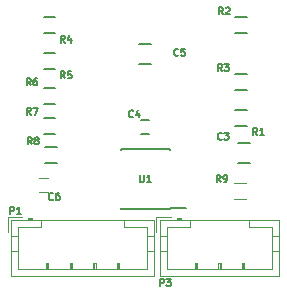
<source format=gto>
%TF.GenerationSoftware,KiCad,Pcbnew,4.0.4-1.fc24-product*%
%TF.CreationDate,2018-03-01T09:40:41+11:00*%
%TF.ProjectId,BT_STACK,42545F535441434B2E6B696361645F70,rev?*%
%TF.FileFunction,Legend,Top*%
%FSLAX46Y46*%
G04 Gerber Fmt 4.6, Leading zero omitted, Abs format (unit mm)*
G04 Created by KiCad (PCBNEW 4.0.4-1.fc24-product) date Thu Mar  1 09:40:41 2018*
%MOMM*%
%LPD*%
G01*
G04 APERTURE LIST*
%ADD10C,0.100000*%
%ADD11C,0.150000*%
%ADD12C,0.120000*%
G04 APERTURE END LIST*
D10*
D11*
X154075000Y-88575000D02*
X154075000Y-88430000D01*
X149925000Y-88575000D02*
X149925000Y-88430000D01*
X149925000Y-83425000D02*
X149925000Y-83570000D01*
X154075000Y-83425000D02*
X154075000Y-83570000D01*
X154075000Y-88575000D02*
X149925000Y-88575000D01*
X154075000Y-83425000D02*
X149925000Y-83425000D01*
X154075000Y-88430000D02*
X155475000Y-88430000D01*
D12*
X140650000Y-89500000D02*
X140650000Y-94200000D01*
X140650000Y-94200000D02*
X152750000Y-94200000D01*
X152750000Y-94200000D02*
X152750000Y-89500000D01*
X152750000Y-89500000D02*
X140650000Y-89500000D01*
X143200000Y-89500000D02*
X143200000Y-90100000D01*
X143200000Y-90100000D02*
X141250000Y-90100000D01*
X141250000Y-90100000D02*
X141250000Y-93600000D01*
X141250000Y-93600000D02*
X152150000Y-93600000D01*
X152150000Y-93600000D02*
X152150000Y-90100000D01*
X152150000Y-90100000D02*
X150200000Y-90100000D01*
X150200000Y-90100000D02*
X150200000Y-89500000D01*
X140650000Y-90800000D02*
X141250000Y-90800000D01*
X140650000Y-92100000D02*
X141250000Y-92100000D01*
X152750000Y-90800000D02*
X152150000Y-90800000D01*
X152750000Y-92100000D02*
X152150000Y-92100000D01*
X142400000Y-89500000D02*
X142400000Y-89300000D01*
X142400000Y-89300000D02*
X142100000Y-89300000D01*
X142100000Y-89300000D02*
X142100000Y-89500000D01*
X142400000Y-89400000D02*
X142100000Y-89400000D01*
X143600000Y-93600000D02*
X143600000Y-93100000D01*
X143600000Y-93100000D02*
X143800000Y-93100000D01*
X143800000Y-93100000D02*
X143800000Y-93600000D01*
X143700000Y-93600000D02*
X143700000Y-93100000D01*
X145600000Y-93600000D02*
X145600000Y-93100000D01*
X145600000Y-93100000D02*
X145800000Y-93100000D01*
X145800000Y-93100000D02*
X145800000Y-93600000D01*
X145700000Y-93600000D02*
X145700000Y-93100000D01*
X147600000Y-93600000D02*
X147600000Y-93100000D01*
X147600000Y-93100000D02*
X147800000Y-93100000D01*
X147800000Y-93100000D02*
X147800000Y-93600000D01*
X147700000Y-93600000D02*
X147700000Y-93100000D01*
X149600000Y-93600000D02*
X149600000Y-93100000D01*
X149600000Y-93100000D02*
X149800000Y-93100000D01*
X149800000Y-93100000D02*
X149800000Y-93600000D01*
X149700000Y-93600000D02*
X149700000Y-93100000D01*
X141600000Y-89200000D02*
X140350000Y-89200000D01*
X140350000Y-89200000D02*
X140350000Y-90450000D01*
D11*
X144500000Y-84675000D02*
X143500000Y-84675000D01*
X143500000Y-83325000D02*
X144500000Y-83325000D01*
X159600000Y-80125000D02*
X160600000Y-80125000D01*
X160600000Y-81475000D02*
X159600000Y-81475000D01*
X160600000Y-73675000D02*
X159600000Y-73675000D01*
X159600000Y-72325000D02*
X160600000Y-72325000D01*
X160900000Y-82950000D02*
X159900000Y-82950000D01*
X159900000Y-84650000D02*
X160900000Y-84650000D01*
X160600000Y-78475000D02*
X159600000Y-78475000D01*
X159600000Y-77125000D02*
X160600000Y-77125000D01*
X144400000Y-82175000D02*
X143400000Y-82175000D01*
X143400000Y-80825000D02*
X144400000Y-80825000D01*
X144400000Y-76675000D02*
X143400000Y-76675000D01*
X143400000Y-75325000D02*
X144400000Y-75325000D01*
X144400000Y-73675000D02*
X143400000Y-73675000D01*
X143400000Y-72325000D02*
X144400000Y-72325000D01*
X144400000Y-79675000D02*
X143400000Y-79675000D01*
X143400000Y-78325000D02*
X144400000Y-78325000D01*
D12*
X153250000Y-89500000D02*
X153250000Y-94200000D01*
X153250000Y-94200000D02*
X163350000Y-94200000D01*
X163350000Y-94200000D02*
X163350000Y-89500000D01*
X163350000Y-89500000D02*
X153250000Y-89500000D01*
X155800000Y-89500000D02*
X155800000Y-90100000D01*
X155800000Y-90100000D02*
X153850000Y-90100000D01*
X153850000Y-90100000D02*
X153850000Y-93600000D01*
X153850000Y-93600000D02*
X162750000Y-93600000D01*
X162750000Y-93600000D02*
X162750000Y-90100000D01*
X162750000Y-90100000D02*
X160800000Y-90100000D01*
X160800000Y-90100000D02*
X160800000Y-89500000D01*
X153250000Y-90800000D02*
X153850000Y-90800000D01*
X153250000Y-92100000D02*
X153850000Y-92100000D01*
X163350000Y-90800000D02*
X162750000Y-90800000D01*
X163350000Y-92100000D02*
X162750000Y-92100000D01*
X155000000Y-89500000D02*
X155000000Y-89300000D01*
X155000000Y-89300000D02*
X154700000Y-89300000D01*
X154700000Y-89300000D02*
X154700000Y-89500000D01*
X155000000Y-89400000D02*
X154700000Y-89400000D01*
X156200000Y-93600000D02*
X156200000Y-93100000D01*
X156200000Y-93100000D02*
X156400000Y-93100000D01*
X156400000Y-93100000D02*
X156400000Y-93600000D01*
X156300000Y-93600000D02*
X156300000Y-93100000D01*
X158200000Y-93600000D02*
X158200000Y-93100000D01*
X158200000Y-93100000D02*
X158400000Y-93100000D01*
X158400000Y-93100000D02*
X158400000Y-93600000D01*
X158300000Y-93600000D02*
X158300000Y-93100000D01*
X160200000Y-93600000D02*
X160200000Y-93100000D01*
X160200000Y-93100000D02*
X160400000Y-93100000D01*
X160400000Y-93100000D02*
X160400000Y-93600000D01*
X160300000Y-93600000D02*
X160300000Y-93100000D01*
X154200000Y-89200000D02*
X152950000Y-89200000D01*
X152950000Y-89200000D02*
X152950000Y-90450000D01*
D11*
X152500000Y-74550000D02*
X151500000Y-74550000D01*
X151500000Y-76250000D02*
X152500000Y-76250000D01*
X151650000Y-81000000D02*
X152350000Y-81000000D01*
X152350000Y-82200000D02*
X151650000Y-82200000D01*
D12*
X143050000Y-85900000D02*
X143750000Y-85900000D01*
X143750000Y-87100000D02*
X143050000Y-87100000D01*
X160500000Y-87680000D02*
X159500000Y-87680000D01*
X159500000Y-86320000D02*
X160500000Y-86320000D01*
D11*
X151542857Y-85671429D02*
X151542857Y-86157143D01*
X151571429Y-86214286D01*
X151600000Y-86242857D01*
X151657143Y-86271429D01*
X151771429Y-86271429D01*
X151828571Y-86242857D01*
X151857143Y-86214286D01*
X151885714Y-86157143D01*
X151885714Y-85671429D01*
X152485714Y-86271429D02*
X152142857Y-86271429D01*
X152314285Y-86271429D02*
X152314285Y-85671429D01*
X152257142Y-85757143D01*
X152200000Y-85814286D01*
X152142857Y-85842857D01*
X140557143Y-88971429D02*
X140557143Y-88371429D01*
X140785715Y-88371429D01*
X140842857Y-88400000D01*
X140871429Y-88428571D01*
X140900000Y-88485714D01*
X140900000Y-88571429D01*
X140871429Y-88628571D01*
X140842857Y-88657143D01*
X140785715Y-88685714D01*
X140557143Y-88685714D01*
X141471429Y-88971429D02*
X141128572Y-88971429D01*
X141300000Y-88971429D02*
X141300000Y-88371429D01*
X141242857Y-88457143D01*
X141185715Y-88514286D01*
X141128572Y-88542857D01*
X142400000Y-83071429D02*
X142200000Y-82785714D01*
X142057143Y-83071429D02*
X142057143Y-82471429D01*
X142285715Y-82471429D01*
X142342857Y-82500000D01*
X142371429Y-82528571D01*
X142400000Y-82585714D01*
X142400000Y-82671429D01*
X142371429Y-82728571D01*
X142342857Y-82757143D01*
X142285715Y-82785714D01*
X142057143Y-82785714D01*
X142742857Y-82728571D02*
X142685715Y-82700000D01*
X142657143Y-82671429D01*
X142628572Y-82614286D01*
X142628572Y-82585714D01*
X142657143Y-82528571D01*
X142685715Y-82500000D01*
X142742857Y-82471429D01*
X142857143Y-82471429D01*
X142914286Y-82500000D01*
X142942857Y-82528571D01*
X142971429Y-82585714D01*
X142971429Y-82614286D01*
X142942857Y-82671429D01*
X142914286Y-82700000D01*
X142857143Y-82728571D01*
X142742857Y-82728571D01*
X142685715Y-82757143D01*
X142657143Y-82785714D01*
X142628572Y-82842857D01*
X142628572Y-82957143D01*
X142657143Y-83014286D01*
X142685715Y-83042857D01*
X142742857Y-83071429D01*
X142857143Y-83071429D01*
X142914286Y-83042857D01*
X142942857Y-83014286D01*
X142971429Y-82957143D01*
X142971429Y-82842857D01*
X142942857Y-82785714D01*
X142914286Y-82757143D01*
X142857143Y-82728571D01*
X161500000Y-82271429D02*
X161300000Y-81985714D01*
X161157143Y-82271429D02*
X161157143Y-81671429D01*
X161385715Y-81671429D01*
X161442857Y-81700000D01*
X161471429Y-81728571D01*
X161500000Y-81785714D01*
X161500000Y-81871429D01*
X161471429Y-81928571D01*
X161442857Y-81957143D01*
X161385715Y-81985714D01*
X161157143Y-81985714D01*
X162071429Y-82271429D02*
X161728572Y-82271429D01*
X161900000Y-82271429D02*
X161900000Y-81671429D01*
X161842857Y-81757143D01*
X161785715Y-81814286D01*
X161728572Y-81842857D01*
X158600000Y-72071429D02*
X158400000Y-71785714D01*
X158257143Y-72071429D02*
X158257143Y-71471429D01*
X158485715Y-71471429D01*
X158542857Y-71500000D01*
X158571429Y-71528571D01*
X158600000Y-71585714D01*
X158600000Y-71671429D01*
X158571429Y-71728571D01*
X158542857Y-71757143D01*
X158485715Y-71785714D01*
X158257143Y-71785714D01*
X158828572Y-71528571D02*
X158857143Y-71500000D01*
X158914286Y-71471429D01*
X159057143Y-71471429D01*
X159114286Y-71500000D01*
X159142857Y-71528571D01*
X159171429Y-71585714D01*
X159171429Y-71642857D01*
X159142857Y-71728571D01*
X158800000Y-72071429D01*
X159171429Y-72071429D01*
X158500000Y-82614286D02*
X158471429Y-82642857D01*
X158385715Y-82671429D01*
X158328572Y-82671429D01*
X158242857Y-82642857D01*
X158185715Y-82585714D01*
X158157143Y-82528571D01*
X158128572Y-82414286D01*
X158128572Y-82328571D01*
X158157143Y-82214286D01*
X158185715Y-82157143D01*
X158242857Y-82100000D01*
X158328572Y-82071429D01*
X158385715Y-82071429D01*
X158471429Y-82100000D01*
X158500000Y-82128571D01*
X158700000Y-82071429D02*
X159071429Y-82071429D01*
X158871429Y-82300000D01*
X158957143Y-82300000D01*
X159014286Y-82328571D01*
X159042857Y-82357143D01*
X159071429Y-82414286D01*
X159071429Y-82557143D01*
X159042857Y-82614286D01*
X159014286Y-82642857D01*
X158957143Y-82671429D01*
X158785715Y-82671429D01*
X158728572Y-82642857D01*
X158700000Y-82614286D01*
X158500000Y-76871429D02*
X158300000Y-76585714D01*
X158157143Y-76871429D02*
X158157143Y-76271429D01*
X158385715Y-76271429D01*
X158442857Y-76300000D01*
X158471429Y-76328571D01*
X158500000Y-76385714D01*
X158500000Y-76471429D01*
X158471429Y-76528571D01*
X158442857Y-76557143D01*
X158385715Y-76585714D01*
X158157143Y-76585714D01*
X158700000Y-76271429D02*
X159071429Y-76271429D01*
X158871429Y-76500000D01*
X158957143Y-76500000D01*
X159014286Y-76528571D01*
X159042857Y-76557143D01*
X159071429Y-76614286D01*
X159071429Y-76757143D01*
X159042857Y-76814286D01*
X159014286Y-76842857D01*
X158957143Y-76871429D01*
X158785715Y-76871429D01*
X158728572Y-76842857D01*
X158700000Y-76814286D01*
X142300000Y-80571429D02*
X142100000Y-80285714D01*
X141957143Y-80571429D02*
X141957143Y-79971429D01*
X142185715Y-79971429D01*
X142242857Y-80000000D01*
X142271429Y-80028571D01*
X142300000Y-80085714D01*
X142300000Y-80171429D01*
X142271429Y-80228571D01*
X142242857Y-80257143D01*
X142185715Y-80285714D01*
X141957143Y-80285714D01*
X142500000Y-79971429D02*
X142900000Y-79971429D01*
X142642857Y-80571429D01*
X145200000Y-77471429D02*
X145000000Y-77185714D01*
X144857143Y-77471429D02*
X144857143Y-76871429D01*
X145085715Y-76871429D01*
X145142857Y-76900000D01*
X145171429Y-76928571D01*
X145200000Y-76985714D01*
X145200000Y-77071429D01*
X145171429Y-77128571D01*
X145142857Y-77157143D01*
X145085715Y-77185714D01*
X144857143Y-77185714D01*
X145742857Y-76871429D02*
X145457143Y-76871429D01*
X145428572Y-77157143D01*
X145457143Y-77128571D01*
X145514286Y-77100000D01*
X145657143Y-77100000D01*
X145714286Y-77128571D01*
X145742857Y-77157143D01*
X145771429Y-77214286D01*
X145771429Y-77357143D01*
X145742857Y-77414286D01*
X145714286Y-77442857D01*
X145657143Y-77471429D01*
X145514286Y-77471429D01*
X145457143Y-77442857D01*
X145428572Y-77414286D01*
X145200000Y-74471429D02*
X145000000Y-74185714D01*
X144857143Y-74471429D02*
X144857143Y-73871429D01*
X145085715Y-73871429D01*
X145142857Y-73900000D01*
X145171429Y-73928571D01*
X145200000Y-73985714D01*
X145200000Y-74071429D01*
X145171429Y-74128571D01*
X145142857Y-74157143D01*
X145085715Y-74185714D01*
X144857143Y-74185714D01*
X145714286Y-74071429D02*
X145714286Y-74471429D01*
X145571429Y-73842857D02*
X145428572Y-74271429D01*
X145800000Y-74271429D01*
X142300000Y-78071429D02*
X142100000Y-77785714D01*
X141957143Y-78071429D02*
X141957143Y-77471429D01*
X142185715Y-77471429D01*
X142242857Y-77500000D01*
X142271429Y-77528571D01*
X142300000Y-77585714D01*
X142300000Y-77671429D01*
X142271429Y-77728571D01*
X142242857Y-77757143D01*
X142185715Y-77785714D01*
X141957143Y-77785714D01*
X142814286Y-77471429D02*
X142700000Y-77471429D01*
X142642857Y-77500000D01*
X142614286Y-77528571D01*
X142557143Y-77614286D01*
X142528572Y-77728571D01*
X142528572Y-77957143D01*
X142557143Y-78014286D01*
X142585715Y-78042857D01*
X142642857Y-78071429D01*
X142757143Y-78071429D01*
X142814286Y-78042857D01*
X142842857Y-78014286D01*
X142871429Y-77957143D01*
X142871429Y-77814286D01*
X142842857Y-77757143D01*
X142814286Y-77728571D01*
X142757143Y-77700000D01*
X142642857Y-77700000D01*
X142585715Y-77728571D01*
X142557143Y-77757143D01*
X142528572Y-77814286D01*
X153257143Y-95071429D02*
X153257143Y-94471429D01*
X153485715Y-94471429D01*
X153542857Y-94500000D01*
X153571429Y-94528571D01*
X153600000Y-94585714D01*
X153600000Y-94671429D01*
X153571429Y-94728571D01*
X153542857Y-94757143D01*
X153485715Y-94785714D01*
X153257143Y-94785714D01*
X153800000Y-94471429D02*
X154171429Y-94471429D01*
X153971429Y-94700000D01*
X154057143Y-94700000D01*
X154114286Y-94728571D01*
X154142857Y-94757143D01*
X154171429Y-94814286D01*
X154171429Y-94957143D01*
X154142857Y-95014286D01*
X154114286Y-95042857D01*
X154057143Y-95071429D01*
X153885715Y-95071429D01*
X153828572Y-95042857D01*
X153800000Y-95014286D01*
X154800000Y-75514286D02*
X154771429Y-75542857D01*
X154685715Y-75571429D01*
X154628572Y-75571429D01*
X154542857Y-75542857D01*
X154485715Y-75485714D01*
X154457143Y-75428571D01*
X154428572Y-75314286D01*
X154428572Y-75228571D01*
X154457143Y-75114286D01*
X154485715Y-75057143D01*
X154542857Y-75000000D01*
X154628572Y-74971429D01*
X154685715Y-74971429D01*
X154771429Y-75000000D01*
X154800000Y-75028571D01*
X155342857Y-74971429D02*
X155057143Y-74971429D01*
X155028572Y-75257143D01*
X155057143Y-75228571D01*
X155114286Y-75200000D01*
X155257143Y-75200000D01*
X155314286Y-75228571D01*
X155342857Y-75257143D01*
X155371429Y-75314286D01*
X155371429Y-75457143D01*
X155342857Y-75514286D01*
X155314286Y-75542857D01*
X155257143Y-75571429D01*
X155114286Y-75571429D01*
X155057143Y-75542857D01*
X155028572Y-75514286D01*
X151000000Y-80739285D02*
X150971429Y-80767856D01*
X150885715Y-80796428D01*
X150828572Y-80796428D01*
X150742857Y-80767856D01*
X150685715Y-80710713D01*
X150657143Y-80653570D01*
X150628572Y-80539285D01*
X150628572Y-80453570D01*
X150657143Y-80339285D01*
X150685715Y-80282142D01*
X150742857Y-80224999D01*
X150828572Y-80196428D01*
X150885715Y-80196428D01*
X150971429Y-80224999D01*
X151000000Y-80253570D01*
X151514286Y-80396428D02*
X151514286Y-80796428D01*
X151371429Y-80167856D02*
X151228572Y-80596428D01*
X151600000Y-80596428D01*
X144200000Y-87714286D02*
X144171429Y-87742857D01*
X144085715Y-87771429D01*
X144028572Y-87771429D01*
X143942857Y-87742857D01*
X143885715Y-87685714D01*
X143857143Y-87628571D01*
X143828572Y-87514286D01*
X143828572Y-87428571D01*
X143857143Y-87314286D01*
X143885715Y-87257143D01*
X143942857Y-87200000D01*
X144028572Y-87171429D01*
X144085715Y-87171429D01*
X144171429Y-87200000D01*
X144200000Y-87228571D01*
X144714286Y-87171429D02*
X144600000Y-87171429D01*
X144542857Y-87200000D01*
X144514286Y-87228571D01*
X144457143Y-87314286D01*
X144428572Y-87428571D01*
X144428572Y-87657143D01*
X144457143Y-87714286D01*
X144485715Y-87742857D01*
X144542857Y-87771429D01*
X144657143Y-87771429D01*
X144714286Y-87742857D01*
X144742857Y-87714286D01*
X144771429Y-87657143D01*
X144771429Y-87514286D01*
X144742857Y-87457143D01*
X144714286Y-87428571D01*
X144657143Y-87400000D01*
X144542857Y-87400000D01*
X144485715Y-87428571D01*
X144457143Y-87457143D01*
X144428572Y-87514286D01*
X158400000Y-86271429D02*
X158200000Y-85985714D01*
X158057143Y-86271429D02*
X158057143Y-85671429D01*
X158285715Y-85671429D01*
X158342857Y-85700000D01*
X158371429Y-85728571D01*
X158400000Y-85785714D01*
X158400000Y-85871429D01*
X158371429Y-85928571D01*
X158342857Y-85957143D01*
X158285715Y-85985714D01*
X158057143Y-85985714D01*
X158685715Y-86271429D02*
X158800000Y-86271429D01*
X158857143Y-86242857D01*
X158885715Y-86214286D01*
X158942857Y-86128571D01*
X158971429Y-86014286D01*
X158971429Y-85785714D01*
X158942857Y-85728571D01*
X158914286Y-85700000D01*
X158857143Y-85671429D01*
X158742857Y-85671429D01*
X158685715Y-85700000D01*
X158657143Y-85728571D01*
X158628572Y-85785714D01*
X158628572Y-85928571D01*
X158657143Y-85985714D01*
X158685715Y-86014286D01*
X158742857Y-86042857D01*
X158857143Y-86042857D01*
X158914286Y-86014286D01*
X158942857Y-85985714D01*
X158971429Y-85928571D01*
M02*

</source>
